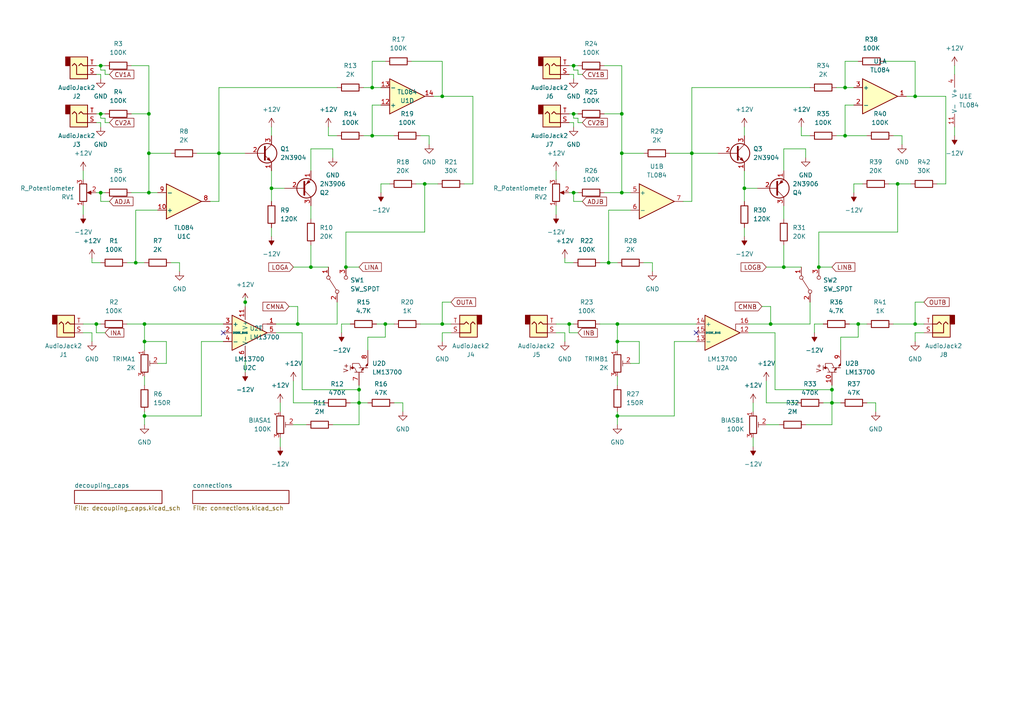
<source format=kicad_sch>
(kicad_sch (version 20230121) (generator eeschema)
  (paper "A4")
  (lib_symbols
    (symbol "Amplifier_Operational:LM13700" (pin_names (offset 0.127))
      (property "Reference" "U" (at 3.81 5.08 0))
      (property "Value" "LM13700" (at 5.08 -5.08 0))
      (symbol "LM13700_1_1"
        (pin output line (at 7.62 0 180) (length 2.54) (name "~") (number "12"))
        (pin input line (at -7.62 2.54 0) (length 2.54) (name "-") (number "13"))
        (pin input line (at -7.62 -2.54 0) (length 2.54) (name "+") (number "14"))
        (pin input line (at -7.62 0 0) (length 2.54) (name "DIODE_BIAS") (number "15"))
        (pin input line (at 7.62 -2.54 180) (length 2.54) (name "~") (number "16"))
      )
      (symbol "LM13700_2_1"
        (text "V+" (at -2.54 3.81 0) (effects (font (size 1.27 1.27))))
        (pin input line (at -7.62 0 0) (length 3.81) (name "~") (number "10"))
        (pin output line (at 2.54 -2.54 180) (length 3.81) (name "~") (number "9"))
      )
      (symbol "LM13700_3_1"
        (pin input line (at 7.62 -2.54 180) (length 2.54) (name "~") (number "1"))
        (pin input line (at -7.62 0 0) (length 2.54) (name "DIODE_BIAS") (number "2"))
        (pin input line (at -7.62 -2.54 0) (length 2.54) (name "+") (number "3"))
        (pin input line (at -7.62 2.54 0) (length 2.54) (name "-") (number "4"))
        (pin output line (at 7.62 0 180) (length 2.54) (name "~") (number "5"))
      )
      (symbol "LM13700_4_0"
        (text "V+" (at -2.54 3.81 0) (effects (font (size 1.27 1.27))))
      )
      (symbol "LM13700_4_1"
        (pin input line (at -7.62 0 0) (length 3.81) (name "~") (number "7"))
        (pin output line (at 2.54 -2.54 180) (length 3.81) (name "~") (number "8"))
      )
      (symbol "LM13700_5_1"
        (pin power_in line (at -2.54 7.62 270) (length 3.81) (name "V+") (number "11"))
        (pin power_in line (at -2.54 -7.62 90) (length 3.81) (name "V-") (number "6"))
      )
    )
    (symbol "Amplifier_Operational:TL084" (pin_names (offset 0.127))
      (property "Reference" "U" (at 0 5.08 0))
      (property "Value" "TL084" (at 0 -5.08 0))
      (symbol "TL084_1_1"
        (pin output line (at 7.62 0 180) (length 2.54) (name "~") (number "1"))
        (pin input line (at -7.62 -2.54 0) (length 2.54) (name "-") (number "2"))
        (pin input line (at -7.62 2.54 0) (length 2.54) (name "+") (number "3"))
      )
      (symbol "TL084_2_1"
        (pin input line (at -7.62 2.54 0) (length 2.54) (name "+") (number "5"))
        (pin input line (at -7.62 -2.54 0) (length 2.54) (name "-") (number "6"))
        (pin output line (at 7.62 0 180) (length 2.54) (name "~") (number "7"))
      )
      (symbol "TL084_3_1"
        (pin input line (at -7.62 2.54 0) (length 2.54) (name "+") (number "10"))
        (pin output line (at 7.62 0 180) (length 2.54) (name "~") (number "8"))
        (pin input line (at -7.62 -2.54 0) (length 2.54) (name "-") (number "9"))
      )
      (symbol "TL084_4_1"
        (pin input line (at -7.62 2.54 0) (length 2.54) (name "+") (number "12"))
        (pin input line (at -7.62 -2.54 0) (length 2.54) (name "-") (number "13"))
        (pin output line (at 7.62 0 180) (length 2.54) (name "~") (number "14"))
      )
      (symbol "TL084_5_1"
        (pin power_in line (at -2.54 -7.62 90) (length 3.81) (name "V-") (number "11"))
        (pin power_in line (at -2.54 7.62 270) (length 3.81) (name "V+") (number "4"))
      )
    )
    (symbol "Connector-github:AudioJack2"
      (property "Reference" "J" (at 0 8.89 0))
      (property "Value" "AudioJack2" (at 0 6.35 0))
      (symbol "AudioJack2_1_1"
        (pin passive line (at 5.08 2.54 180) (length 2.54) (name "~") (number "S"))
        (pin passive line (at 5.08 0 180) (length 2.54) (name "~") (number "T"))
      )
    )
    (symbol "Device:R" (pin_numbers hide) (pin_names (offset 0))
      (property "Reference" "R" (at 2.032 0 90))
      (property "Value" "R" (at 0 0 90))
      (symbol "R_1_1"
        (pin passive line (at 0 3.81 270) (length 1.27) (name "~") (number "1"))
        (pin passive line (at 0 -3.81 90) (length 1.27) (name "~") (number "2"))
      )
    )
    (symbol "Device:R_Potentiometer" (pin_names (offset 1.016) hide)
      (property "Reference" "RV" (at -4.445 0 90))
      (property "Value" "R_Potentiometer" (at -2.54 0 90))
      (symbol "R_Potentiometer_1_1"
        (pin passive line (at 0 3.81 270) (length 1.27) (name "1") (number "1"))
        (pin passive line (at 3.81 0 180) (length 1.27) (name "2") (number "2"))
        (pin passive line (at 0 -3.81 90) (length 1.27) (name "3") (number "3"))
      )
    )
    (symbol "Device:R_Potentiometer_Trim" (pin_names (offset 1.016) hide)
      (property "Reference" "RV" (at -4.445 0 90))
      (property "Value" "R_Potentiometer_Trim" (at -2.54 0 90))
      (symbol "R_Potentiometer_Trim_1_1"
        (pin passive line (at 0 3.81 270) (length 1.27) (name "1") (number "1"))
        (pin passive line (at 3.81 0 180) (length 1.27) (name "2") (number "2"))
        (pin passive line (at 0 -3.81 90) (length 1.27) (name "3") (number "3"))
      )
    )
    (symbol "Switch:SW_SPDT" (pin_names (offset 0) hide)
      (property "Reference" "SW" (at 0 4.318 0))
      (property "Value" "SW_SPDT" (at 0 -5.08 0))
      (symbol "SW_SPDT_1_1"
        (pin passive line (at 5.08 2.54 180) (length 2.54) (name "A") (number "1"))
        (pin passive line (at -5.08 0 0) (length 2.54) (name "B") (number "2"))
        (pin passive line (at 5.08 -2.54 180) (length 2.54) (name "C") (number "3"))
      )
    )
    (symbol "Transistor_BJT:2N3904" (pin_names (offset 0) hide)
      (property "Reference" "Q" (at 5.08 1.905 0))
      (property "Value" "2N3904" (at 5.08 0 0))
      (symbol "2N3904_1_1"
        (pin passive line (at 2.54 -5.08 90) (length 2.54) (name "E") (number "1"))
        (pin passive line (at -5.08 0 0) (length 5.715) (name "B") (number "2"))
        (pin passive line (at 2.54 5.08 270) (length 2.54) (name "C") (number "3"))
      )
    )
    (symbol "Transistor_BJT:2N3906" (pin_names (offset 0) hide)
      (property "Reference" "Q" (at 5.08 1.905 0))
      (property "Value" "2N3906" (at 5.08 0 0))
      (symbol "2N3906_1_1"
        (pin passive line (at 2.54 -5.08 90) (length 2.54) (name "E") (number "1"))
        (pin input line (at -5.08 0 0) (length 5.715) (name "B") (number "2"))
        (pin passive line (at 2.54 5.08 270) (length 2.54) (name "C") (number "3"))
      )
    )
    (symbol "power:+12V" (power) (pin_names (offset 0))
      (property "Value" "+12V" (at 0 3.556 0))
      (symbol "+12V_1_1"
        (pin power_in line (at 0 0 90) (length 0) hide (name "+12V") (number "1"))
      )
    )
    (symbol "power:-12V" (power) (pin_names (offset 0))
      (property "Value" "-12V" (at 0 3.81 0))
      (symbol "-12V_0_0"
        (pin power_in line (at 0 0 90) (length 0) hide (name "-12V") (number "1"))
      )
    )
    (symbol "power:GND" (power) (pin_names (offset 0))
      (property "Value" "GND" (at 0 -3.81 0))
      (symbol "GND_1_1"
        (pin power_in line (at 0 0 270) (length 0) hide (name "GND") (number "1"))
      )
    )
  )
  (junction (at 41.91 99.06))
  (junction (at 104.14 113.03))
  (junction (at 71.12 87.63))
  (junction (at 237.49 77.47))
  (junction (at 200.66 44.45))
  (junction (at 100.33 77.47))
  (junction (at 128.27 93.98))
  (junction (at 245.11 25.4))
  (junction (at 176.53 76.2))
  (junction (at 245.11 39.37))
  (junction (at 215.9 54.61))
  (junction (at 241.3 116.84))
  (junction (at 41.91 120.65))
  (junction (at 86.36 93.98))
  (junction (at 128.27 27.94))
  (junction (at 265.43 93.98))
  (junction (at 43.18 33.02))
  (junction (at 166.37 19.05))
  (junction (at 39.37 76.2))
  (junction (at 29.21 55.88))
  (junction (at 241.3 113.03))
  (junction (at 90.17 77.47))
  (junction (at 265.43 27.94))
  (junction (at 166.37 55.88))
  (junction (at 166.37 33.02))
  (junction (at 107.95 39.37))
  (junction (at 165.1 93.98))
  (junction (at 43.18 44.45))
  (junction (at 107.95 25.4))
  (junction (at 29.21 33.02))
  (junction (at 111.76 93.98))
  (junction (at 180.34 55.88))
  (junction (at 41.91 93.98))
  (junction (at 29.21 19.05))
  (junction (at 78.74 54.61))
  (junction (at 179.07 120.65))
  (junction (at 104.14 116.84))
  (junction (at 63.5 44.45))
  (junction (at 123.19 53.34))
  (junction (at 248.92 93.98))
  (junction (at 179.07 99.06))
  (junction (at 260.35 53.34))
  (junction (at 43.18 55.88))
  (junction (at 227.33 77.47))
  (junction (at 27.94 93.98))
  (junction (at 180.34 33.02))
  (junction (at 223.52 93.98))
  (junction (at 179.07 93.98))
  (junction (at 180.34 44.45))
  (no_connect (at 201.93 96.52))
  (no_connect (at 64.77 96.52))
  (wire (pts (xy 26.67 76.2) (xy 26.67 74.93)))
  (wire (pts (xy 96.52 45.72) (xy 96.52 43.18)))
  (wire (pts (xy 30.48 35.56) (xy 30.48 34.29)))
  (wire (pts (xy 95.25 39.37) (xy 95.25 36.83)))
  (wire (pts (xy 245.11 39.37) (xy 251.46 39.37)))
  (wire (pts (xy 180.34 44.45) (xy 180.34 55.88)))
  (wire (pts (xy 97.79 39.37) (xy 95.25 39.37)))
  (wire (pts (xy 30.48 21.59) (xy 30.48 20.32)))
  (wire (pts (xy 110.49 53.34) (xy 110.49 55.88)))
  (wire (pts (xy 176.53 76.2) (xy 179.07 76.2)))
  (wire (pts (xy 165.1 21.59) (xy 166.37 21.59)))
  (wire (pts (xy 27.94 93.98) (xy 29.21 93.98)))
  (wire (pts (xy 85.09 123.19) (xy 88.9 123.19)))
  (wire (pts (xy 101.6 116.84) (xy 104.14 116.84)))
  (wire (pts (xy 43.18 19.05) (xy 43.18 33.02)))
  (wire (pts (xy 167.64 21.59) (xy 167.64 20.32)))
  (wire (pts (xy 60.96 58.42) (xy 63.5 58.42)))
  (wire (pts (xy 86.36 88.9) (xy 86.36 93.98)))
  (wire (pts (xy 86.36 93.98) (xy 97.79 93.98)))
  (wire (pts (xy 90.17 43.18) (xy 90.17 49.53)))
  (wire (pts (xy 78.74 49.53) (xy 78.74 54.61)))
  (wire (pts (xy 134.62 53.34) (xy 137.16 53.34)))
  (wire (pts (xy 168.91 58.42) (xy 166.37 58.42)))
  (wire (pts (xy 179.07 93.98) (xy 201.93 93.98)))
  (wire (pts (xy 163.83 76.2) (xy 163.83 74.93)))
  (wire (pts (xy 262.89 27.94) (xy 265.43 27.94)))
  (wire (pts (xy 238.76 116.84) (xy 241.3 116.84)))
  (wire (pts (xy 107.95 39.37) (xy 105.41 39.37)))
  (wire (pts (xy 29.21 21.59) (xy 29.21 22.86)))
  (wire (pts (xy 29.21 55.88) (xy 30.48 55.88)))
  (wire (pts (xy 248.92 97.79) (xy 248.92 93.98)))
  (wire (pts (xy 29.21 20.32) (xy 29.21 19.05)))
  (wire (pts (xy 265.43 96.52) (xy 265.43 99.06)))
  (wire (pts (xy 173.99 76.2) (xy 176.53 76.2)))
  (wire (pts (xy 250.19 53.34) (xy 247.65 53.34)))
  (wire (pts (xy 245.11 30.48) (xy 245.11 39.37)))
  (wire (pts (xy 38.1 19.05) (xy 43.18 19.05)))
  (wire (pts (xy 64.77 99.06) (xy 58.42 99.06)))
  (wire (pts (xy 248.92 93.98) (xy 251.46 93.98)))
  (wire (pts (xy 128.27 96.52) (xy 128.27 99.06)))
  (wire (pts (xy 39.37 60.96) (xy 39.37 76.2)))
  (wire (pts (xy 186.69 76.2) (xy 189.23 76.2)))
  (wire (pts (xy 167.64 34.29) (xy 166.37 34.29)))
  (wire (pts (xy 166.37 58.42) (xy 166.37 55.88)))
  (wire (pts (xy 241.3 113.03) (xy 241.3 116.84)))
  (wire (pts (xy 81.28 127) (xy 81.28 129.54)))
  (wire (pts (xy 245.11 17.78) (xy 245.11 25.4)))
  (wire (pts (xy 227.33 77.47) (xy 222.25 77.47)))
  (wire (pts (xy 78.74 54.61) (xy 82.55 54.61)))
  (wire (pts (xy 276.86 19.05) (xy 276.86 21.59)))
  (wire (pts (xy 29.21 76.2) (xy 26.67 76.2)))
  (wire (pts (xy 165.1 35.56) (xy 166.37 35.56)))
  (wire (pts (xy 41.91 120.65) (xy 41.91 123.19)))
  (wire (pts (xy 116.84 119.38) (xy 116.84 116.84)))
  (wire (pts (xy 227.33 59.69) (xy 227.33 63.5)))
  (wire (pts (xy 185.42 105.41) (xy 185.42 99.06)))
  (wire (pts (xy 232.41 39.37) (xy 232.41 36.83)))
  (wire (pts (xy 106.68 97.79) (xy 111.76 97.79)))
  (wire (pts (xy 274.32 53.34) (xy 274.32 27.94)))
  (wire (pts (xy 243.84 97.79) (xy 248.92 97.79)))
  (wire (pts (xy 87.63 96.52) (xy 87.63 113.03)))
  (wire (pts (xy 63.5 25.4) (xy 63.5 44.45)))
  (wire (pts (xy 121.92 93.98) (xy 128.27 93.98)))
  (wire (pts (xy 81.28 116.84) (xy 81.28 119.38)))
  (wire (pts (xy 234.95 25.4) (xy 200.66 25.4)))
  (wire (pts (xy 90.17 77.47) (xy 95.25 77.47)))
  (wire (pts (xy 38.1 33.02) (xy 43.18 33.02)))
  (wire (pts (xy 179.07 99.06) (xy 185.42 99.06)))
  (wire (pts (xy 241.3 113.03) (xy 241.3 111.76)))
  (wire (pts (xy 260.35 53.34) (xy 264.16 53.34)))
  (wire (pts (xy 130.81 96.52) (xy 128.27 96.52)))
  (wire (pts (xy 107.95 39.37) (xy 114.3 39.37)))
  (wire (pts (xy 43.18 44.45) (xy 49.53 44.45)))
  (wire (pts (xy 83.82 88.9) (xy 86.36 88.9)))
  (wire (pts (xy 137.16 27.94) (xy 128.27 27.94)))
  (wire (pts (xy 45.72 105.41) (xy 48.26 105.41)))
  (wire (pts (xy 24.13 49.53) (xy 24.13 52.07)))
  (wire (pts (xy 165.1 96.52) (xy 165.1 93.98)))
  (wire (pts (xy 179.07 99.06) (xy 179.07 93.98)))
  (wire (pts (xy 58.42 99.06) (xy 58.42 120.65)))
  (wire (pts (xy 38.1 55.88) (xy 43.18 55.88)))
  (wire (pts (xy 97.79 93.98) (xy 97.79 87.63)))
  (wire (pts (xy 223.52 88.9) (xy 223.52 93.98)))
  (wire (pts (xy 41.91 99.06) (xy 41.91 101.6)))
  (wire (pts (xy 130.81 87.63) (xy 128.27 87.63)))
  (wire (pts (xy 29.21 19.05) (xy 30.48 19.05)))
  (wire (pts (xy 260.35 53.34) (xy 260.35 67.31)))
  (wire (pts (xy 241.3 123.19) (xy 241.3 116.84)))
  (wire (pts (xy 165.1 55.88) (xy 166.37 55.88)))
  (wire (pts (xy 97.79 25.4) (xy 63.5 25.4)))
  (wire (pts (xy 43.18 55.88) (xy 45.72 55.88)))
  (wire (pts (xy 222.25 116.84) (xy 222.25 110.49)))
  (wire (pts (xy 175.26 19.05) (xy 180.34 19.05)))
  (wire (pts (xy 257.81 53.34) (xy 260.35 53.34)))
  (wire (pts (xy 220.98 88.9) (xy 223.52 88.9)))
  (wire (pts (xy 106.68 101.6) (xy 106.68 97.79)))
  (wire (pts (xy 175.26 33.02) (xy 180.34 33.02)))
  (wire (pts (xy 111.76 17.78) (xy 107.95 17.78)))
  (wire (pts (xy 29.21 33.02) (xy 29.21 34.29)))
  (wire (pts (xy 99.06 93.98) (xy 101.6 93.98)))
  (wire (pts (xy 100.33 67.31) (xy 100.33 77.47)))
  (wire (pts (xy 104.14 123.19) (xy 104.14 116.84)))
  (wire (pts (xy 175.26 55.88) (xy 180.34 55.88)))
  (wire (pts (xy 243.84 116.84) (xy 241.3 116.84)))
  (wire (pts (xy 41.91 109.22) (xy 41.91 111.76)))
  (wire (pts (xy 182.88 60.96) (xy 176.53 60.96)))
  (wire (pts (xy 166.37 35.56) (xy 166.37 36.83)))
  (wire (pts (xy 168.91 21.59) (xy 167.64 21.59)))
  (wire (pts (xy 180.34 44.45) (xy 186.69 44.45)))
  (wire (pts (xy 106.68 116.84) (xy 104.14 116.84)))
  (wire (pts (xy 29.21 35.56) (xy 29.21 36.83)))
  (wire (pts (xy 222.25 123.19) (xy 226.06 123.19)))
  (wire (pts (xy 237.49 77.47) (xy 241.3 77.47)))
  (wire (pts (xy 39.37 76.2) (xy 41.91 76.2)))
  (wire (pts (xy 223.52 93.98) (xy 234.95 93.98)))
  (wire (pts (xy 31.75 58.42) (xy 29.21 58.42)))
  (wire (pts (xy 233.68 45.72) (xy 233.68 43.18)))
  (wire (pts (xy 261.62 39.37) (xy 261.62 41.91)))
  (wire (pts (xy 123.19 53.34) (xy 123.19 67.31)))
  (wire (pts (xy 87.63 113.03) (xy 104.14 113.03)))
  (wire (pts (xy 99.06 96.52) (xy 99.06 93.98)))
  (wire (pts (xy 200.66 44.45) (xy 200.66 58.42)))
  (wire (pts (xy 247.65 30.48) (xy 245.11 30.48)))
  (wire (pts (xy 180.34 33.02) (xy 180.34 44.45)))
  (wire (pts (xy 166.37 21.59) (xy 166.37 22.86)))
  (wire (pts (xy 189.23 76.2) (xy 189.23 78.74)))
  (wire (pts (xy 265.43 87.63) (xy 265.43 93.98)))
  (wire (pts (xy 259.08 93.98) (xy 265.43 93.98)))
  (wire (pts (xy 215.9 54.61) (xy 215.9 58.42)))
  (wire (pts (xy 128.27 17.78) (xy 119.38 17.78)))
  (wire (pts (xy 166.37 33.02) (xy 166.37 34.29)))
  (wire (pts (xy 166.37 33.02) (xy 167.64 33.02)))
  (wire (pts (xy 180.34 19.05) (xy 180.34 33.02)))
  (wire (pts (xy 260.35 67.31) (xy 237.49 67.31)))
  (wire (pts (xy 265.43 93.98) (xy 267.97 93.98)))
  (wire (pts (xy 236.22 93.98) (xy 238.76 93.98)))
  (wire (pts (xy 166.37 20.32) (xy 166.37 19.05)))
  (wire (pts (xy 27.94 33.02) (xy 29.21 33.02)))
  (wire (pts (xy 168.91 35.56) (xy 167.64 35.56)))
  (wire (pts (xy 36.83 76.2) (xy 39.37 76.2)))
  (wire (pts (xy 200.66 25.4) (xy 200.66 44.45)))
  (wire (pts (xy 243.84 101.6) (xy 243.84 97.79)))
  (wire (pts (xy 179.07 109.22) (xy 179.07 111.76)))
  (wire (pts (xy 224.79 96.52) (xy 224.79 113.03)))
  (wire (pts (xy 27.94 21.59) (xy 29.21 21.59)))
  (wire (pts (xy 29.21 33.02) (xy 30.48 33.02)))
  (wire (pts (xy 161.29 49.53) (xy 161.29 52.07)))
  (wire (pts (xy 85.09 116.84) (xy 85.09 110.49)))
  (wire (pts (xy 234.95 39.37) (xy 232.41 39.37)))
  (wire (pts (xy 167.64 35.56) (xy 167.64 34.29)))
  (wire (pts (xy 245.11 39.37) (xy 242.57 39.37)))
  (wire (pts (xy 237.49 67.31) (xy 237.49 77.47)))
  (wire (pts (xy 218.44 116.84) (xy 218.44 119.38)))
  (wire (pts (xy 104.14 113.03) (xy 104.14 111.76)))
  (wire (pts (xy 27.94 19.05) (xy 29.21 19.05)))
  (wire (pts (xy 71.12 104.14) (xy 71.12 107.95)))
  (wire (pts (xy 90.17 59.69) (xy 90.17 63.5)))
  (wire (pts (xy 236.22 96.52) (xy 236.22 93.98)))
  (wire (pts (xy 90.17 77.47) (xy 85.09 77.47)))
  (wire (pts (xy 161.29 96.52) (xy 163.83 96.52)))
  (wire (pts (xy 276.86 36.83) (xy 276.86 39.37)))
  (wire (pts (xy 31.75 35.56) (xy 30.48 35.56)))
  (wire (pts (xy 165.1 19.05) (xy 166.37 19.05)))
  (wire (pts (xy 41.91 119.38) (xy 41.91 120.65)))
  (wire (pts (xy 166.37 55.88) (xy 167.64 55.88)))
  (wire (pts (xy 167.64 96.52) (xy 165.1 96.52)))
  (wire (pts (xy 267.97 96.52) (xy 265.43 96.52)))
  (wire (pts (xy 57.15 44.45) (xy 63.5 44.45)))
  (wire (pts (xy 165.1 33.02) (xy 166.37 33.02)))
  (wire (pts (xy 24.13 93.98) (xy 27.94 93.98)))
  (wire (pts (xy 166.37 76.2) (xy 163.83 76.2)))
  (wire (pts (xy 128.27 27.94) (xy 128.27 17.78)))
  (wire (pts (xy 161.29 93.98) (xy 165.1 93.98)))
  (wire (pts (xy 105.41 25.4) (xy 107.95 25.4)))
  (wire (pts (xy 227.33 71.12) (xy 227.33 77.47)))
  (wire (pts (xy 90.17 71.12) (xy 90.17 77.47)))
  (wire (pts (xy 41.91 99.06) (xy 48.26 99.06)))
  (wire (pts (xy 215.9 49.53) (xy 215.9 54.61)))
  (wire (pts (xy 26.67 96.52) (xy 26.67 99.06)))
  (wire (pts (xy 242.57 25.4) (xy 245.11 25.4)))
  (wire (pts (xy 231.14 116.84) (xy 222.25 116.84)))
  (wire (pts (xy 179.07 99.06) (xy 179.07 101.6)))
  (wire (pts (xy 234.95 93.98) (xy 234.95 87.63)))
  (wire (pts (xy 31.75 21.59) (xy 30.48 21.59)))
  (wire (pts (xy 245.11 25.4) (xy 247.65 25.4)))
  (wire (pts (xy 41.91 93.98) (xy 64.77 93.98)))
  (wire (pts (xy 233.68 43.18) (xy 227.33 43.18)))
  (wire (pts (xy 63.5 44.45) (xy 71.12 44.45)))
  (wire (pts (xy 176.53 60.96) (xy 176.53 76.2)))
  (wire (pts (xy 27.94 96.52) (xy 27.94 93.98)))
  (wire (pts (xy 233.68 123.19) (xy 241.3 123.19)))
  (wire (pts (xy 194.31 44.45) (xy 200.66 44.45)))
  (wire (pts (xy 254 116.84) (xy 251.46 116.84)))
  (wire (pts (xy 215.9 54.61) (xy 219.71 54.61)))
  (wire (pts (xy 227.33 43.18) (xy 227.33 49.53)))
  (wire (pts (xy 125.73 27.94) (xy 128.27 27.94)))
  (wire (pts (xy 267.97 87.63) (xy 265.43 87.63)))
  (wire (pts (xy 29.21 58.42) (xy 29.21 55.88)))
  (wire (pts (xy 30.48 34.29) (xy 29.21 34.29)))
  (wire (pts (xy 30.48 96.52) (xy 27.94 96.52)))
  (wire (pts (xy 48.26 105.41) (xy 48.26 99.06)))
  (wire (pts (xy 109.22 93.98) (xy 111.76 93.98)))
  (wire (pts (xy 41.91 99.06) (xy 41.91 93.98)))
  (wire (pts (xy 218.44 127) (xy 218.44 129.54)))
  (wire (pts (xy 58.42 120.65) (xy 41.91 120.65)))
  (wire (pts (xy 198.12 58.42) (xy 200.66 58.42)))
  (wire (pts (xy 217.17 96.52) (xy 224.79 96.52)))
  (wire (pts (xy 78.74 36.83) (xy 78.74 39.37)))
  (wire (pts (xy 30.48 20.32) (xy 29.21 20.32)))
  (wire (pts (xy 52.07 76.2) (xy 52.07 78.74)))
  (wire (pts (xy 163.83 96.52) (xy 163.83 99.06)))
  (wire (pts (xy 217.17 93.98) (xy 223.52 93.98)))
  (wire (pts (xy 71.12 86.36) (xy 71.12 87.63)))
  (wire (pts (xy 179.07 120.65) (xy 179.07 123.19)))
  (wire (pts (xy 254 119.38) (xy 254 116.84)))
  (wire (pts (xy 224.79 113.03) (xy 241.3 113.03)))
  (wire (pts (xy 215.9 66.04) (xy 215.9 68.58)))
  (wire (pts (xy 120.65 53.34) (xy 123.19 53.34)))
  (wire (pts (xy 24.13 96.52) (xy 26.67 96.52)))
  (wire (pts (xy 100.33 77.47) (xy 104.14 77.47)))
  (wire (pts (xy 27.94 55.88) (xy 29.21 55.88)))
  (wire (pts (xy 107.95 30.48) (xy 107.95 39.37)))
  (wire (pts (xy 110.49 30.48) (xy 107.95 30.48)))
  (wire (pts (xy 124.46 39.37) (xy 124.46 41.91)))
  (wire (pts (xy 113.03 53.34) (xy 110.49 53.34)))
  (wire (pts (xy 265.43 17.78) (xy 256.54 17.78)))
  (wire (pts (xy 43.18 33.02) (xy 43.18 44.45)))
  (wire (pts (xy 45.72 60.96) (xy 39.37 60.96)))
  (wire (pts (xy 128.27 93.98) (xy 130.81 93.98)))
  (wire (pts (xy 173.99 93.98) (xy 179.07 93.98)))
  (wire (pts (xy 104.14 113.03) (xy 104.14 116.84)))
  (wire (pts (xy 227.33 77.47) (xy 232.41 77.47)))
  (wire (pts (xy 123.19 67.31) (xy 100.33 67.31)))
  (wire (pts (xy 274.32 27.94) (xy 265.43 27.94)))
  (wire (pts (xy 123.19 53.34) (xy 127 53.34)))
  (wire (pts (xy 259.08 39.37) (xy 261.62 39.37)))
  (wire (pts (xy 200.66 44.45) (xy 208.28 44.45)))
  (wire (pts (xy 80.01 96.52) (xy 87.63 96.52)))
  (wire (pts (xy 80.01 93.98) (xy 86.36 93.98)))
  (wire (pts (xy 215.9 36.83) (xy 215.9 39.37)))
  (wire (pts (xy 161.29 59.69) (xy 161.29 62.23)))
  (wire (pts (xy 167.64 20.32) (xy 166.37 20.32)))
  (wire (pts (xy 24.13 59.69) (xy 24.13 62.23)))
  (wire (pts (xy 36.83 93.98) (xy 41.91 93.98)))
  (wire (pts (xy 128.27 87.63) (xy 128.27 93.98)))
  (wire (pts (xy 111.76 97.79) (xy 111.76 93.98)))
  (wire (pts (xy 96.52 123.19) (xy 104.14 123.19)))
  (wire (pts (xy 111.76 93.98) (xy 114.3 93.98)))
  (wire (pts (xy 182.88 105.41) (xy 185.42 105.41)))
  (wire (pts (xy 78.74 54.61) (xy 78.74 58.42)))
  (wire (pts (xy 201.93 99.06) (xy 195.58 99.06)))
  (wire (pts (xy 248.92 17.78) (xy 245.11 17.78)))
  (wire (pts (xy 107.95 25.4) (xy 110.49 25.4)))
  (wire (pts (xy 195.58 99.06) (xy 195.58 120.65)))
  (wire (pts (xy 165.1 93.98) (xy 166.37 93.98)))
  (wire (pts (xy 179.07 119.38) (xy 179.07 120.65)))
  (wire (pts (xy 107.95 17.78) (xy 107.95 25.4)))
  (wire (pts (xy 116.84 116.84) (xy 114.3 116.84)))
  (wire (pts (xy 271.78 53.34) (xy 274.32 53.34)))
  (wire (pts (xy 247.65 53.34) (xy 247.65 55.88)))
  (wire (pts (xy 166.37 19.05) (xy 167.64 19.05)))
  (wire (pts (xy 93.98 116.84) (xy 85.09 116.84)))
  (wire (pts (xy 195.58 120.65) (xy 179.07 120.65)))
  (wire (pts (xy 43.18 44.45) (xy 43.18 55.88)))
  (wire (pts (xy 78.74 66.04) (xy 78.74 68.58)))
  (wire (pts (xy 27.94 35.56) (xy 29.21 35.56)))
  (wire (pts (xy 71.12 87.63) (xy 71.12 88.9)))
  (wire (pts (xy 137.16 53.34) (xy 137.16 27.94)))
  (wire (pts (xy 96.52 43.18) (xy 90.17 43.18)))
  (wire (pts (xy 63.5 44.45) (xy 63.5 58.42)))
  (wire (pts (xy 121.92 39.37) (xy 124.46 39.37)))
  (wire (pts (xy 49.53 76.2) (xy 52.07 76.2)))
  (wire (pts (xy 246.38 93.98) (xy 248.92 93.98)))
  (wire (pts (xy 180.34 55.88) (xy 182.88 55.88)))
  (wire (pts (xy 265.43 27.94) (xy 265.43 17.78)))
  (global_label "LOGA" (shape input) (at 85.09 77.47 180) (property "Intersheetrefs" "${INTERSHEET_REFS}" (effects hide)))
  (global_label "OUTA" (shape input) (at 130.81 87.63 0) (property "Intersheetrefs" "${INTERSHEET_REFS}" (effects hide)))
  (global_label "CV2A" (shape input) (at 31.75 35.56 0) (property "Intersheetrefs" "${INTERSHEET_REFS}" (effects hide)))
  (global_label "OUTB" (shape input) (at 267.97 87.63 0) (property "Intersheetrefs" "${INTERSHEET_REFS}" (effects hide)))
  (global_label "ADJA" (shape input) (at 31.75 58.42 0) (property "Intersheetrefs" "${INTERSHEET_REFS}" (effects hide)))
  (global_label "LOGB" (shape input) (at 222.25 77.47 180) (property "Intersheetrefs" "${INTERSHEET_REFS}" (effects hide)))
  (global_label "CMNB" (shape input) (at 220.98 88.9 180) (property "Intersheetrefs" "${INTERSHEET_REFS}" (effects hide)))
  (global_label "LINA" (shape input) (at 104.14 77.47 0) (property "Intersheetrefs" "${INTERSHEET_REFS}" (effects hide)))
  (global_label "CV1A" (shape input) (at 31.75 21.59 0) (property "Intersheetrefs" "${INTERSHEET_REFS}" (effects hide)))
  (global_label "INA" (shape input) (at 30.48 96.52 0) (property "Intersheetrefs" "${INTERSHEET_REFS}" (effects hide)))
  (global_label "CV1B" (shape input) (at 168.91 21.59 0) (property "Intersheetrefs" "${INTERSHEET_REFS}" (effects hide)))
  (global_label "LINB" (shape input) (at 241.3 77.47 0) (property "Intersheetrefs" "${INTERSHEET_REFS}" (effects hide)))
  (global_label "CMNA" (shape input) (at 83.82 88.9 180) (property "Intersheetrefs" "${INTERSHEET_REFS}" (effects hide)))
  (global_label "INB" (shape input) (at 167.64 96.52 0) (property "Intersheetrefs" "${INTERSHEET_REFS}" (effects hide)))
  (global_label "CV2B" (shape input) (at 168.91 35.56 0) (property "Intersheetrefs" "${INTERSHEET_REFS}" (effects hide)))
  (global_label "ADJB" (shape input) (at 168.91 58.42 0) (property "Intersheetrefs" "${INTERSHEET_REFS}" (effects hide)))
  (symbol (lib_id "Device:R") (at 238.76 39.37 90) (unit 1)
    (property "Reference" "R35" (at 238.76 33.02 90))
    (property "Value" "100K" (at 238.76 35.56 90))
    (property "Footprint" "Library:R_Axial_DIN0207_L6.3mm_D2.5mm_P7.62mm_Horizontal" (effects hide))
  )
  (symbol (lib_id "power:+12V") (at 81.28 116.84 0) (unit 1)
    (property "Reference" "#PWR013" (effects hide))
    (property "Value" "+12V" (at 81.28 111.76 0))
  )
  (symbol (lib_id "Device:R") (at 33.02 93.98 90) (unit 1)
    (property "Reference" "R2" (at 33.02 87.63 90))
    (property "Value" "100K" (at 33.02 90.17 90))
    (property "Footprint" "Library:R_Axial_DIN0207_L6.3mm_D2.5mm_P7.62mm_Horizontal" (effects hide))
  )
  (symbol (lib_id "Connector-github:AudioJack2") (at 22.86 33.02 0) (mirror x) (unit 1) (on_board no)
    (property "Reference" "J3" (at 22.225 41.91 0))
    (property "Value" "AudioJack2" (at 22.225 39.37 0))
    (property "Footprint" "Library:Jack_3.5mm_QingPu_WQP-PJ398SM_Vertical_CircularHoles" (effects hide))
  )
  (symbol (lib_id "Device:R") (at 34.29 55.88 90) (unit 1)
    (property "Reference" "R5" (at 34.29 49.53 90))
    (property "Value" "100K" (at 34.29 52.07 90))
    (property "Footprint" "Library:R_Axial_DIN0207_L6.3mm_D2.5mm_P7.62mm_Horizontal" (effects hide))
  )
  (symbol (lib_id "Device:R") (at 92.71 123.19 90) (unit 1)
    (property "Reference" "R11" (at 92.71 116.84 90))
    (property "Value" "2M" (at 92.71 119.38 90))
    (property "Footprint" "Library:R_Axial_DIN0207_L6.3mm_D2.5mm_P7.62mm_Horizontal" (effects hide))
  )
  (symbol (lib_id "power:-12V") (at 110.49 55.88 180) (unit 1)
    (property "Reference" "#PWR019" (effects hide))
    (property "Value" "-12V" (at 110.49 60.96 0))
  )
  (symbol (lib_id "Switch:SW_SPDT") (at 97.79 82.55 90) (unit 1) (on_board no)
    (property "Reference" "SW1" (at 101.6 81.28 90) (effects (justify right)))
    (property "Value" "SW_SPDT" (at 101.6 83.82 90) (effects (justify right)))
  )
  (symbol (lib_id "Amplifier_Operational:TL084") (at 279.4 29.21 0) (unit 5)
    (property "Reference" "U1" (at 278.13 27.94 0) (effects (justify left)))
    (property "Value" "TL084" (at 278.13 30.48 0) (effects (justify left)))
    (property "Footprint" "Package_DIP:DIP-14_W7.62mm_Socket_LongPads" (effects hide))
    (property "Datasheet" "http://www.ti.com/lit/ds/symlink/tl081.pdf" (effects hide))
  )
  (symbol (lib_id "Connector-github:AudioJack2") (at 135.89 93.98 180) (unit 1) (on_board no)
    (property "Reference" "J4" (at 136.525 102.87 0))
    (property "Value" "AudioJack2" (at 136.525 100.33 0))
    (property "Footprint" "Library:Jack_3.5mm_QingPu_WQP-PJ398SM_Vertical_CircularHoles" (effects hide))
  )
  (symbol (lib_id "Device:R") (at 41.91 115.57 180) (unit 1)
    (property "Reference" "R6" (at 44.45 114.3 0) (effects (justify right)))
    (property "Value" "150R" (at 44.45 116.84 0) (effects (justify right)))
    (property "Footprint" "Library:R_Axial_DIN0207_L6.3mm_D2.5mm_P7.62mm_Horizontal" (effects hide))
  )
  (symbol (lib_id "power:-12V") (at 71.12 107.95 180) (unit 1)
    (property "Reference" "#PWR010" (effects hide))
    (property "Value" "-12V" (at 71.12 113.03 0))
  )
  (symbol (lib_id "Device:R_Potentiometer_Trim") (at 218.44 123.19 0) (unit 1)
    (property "Reference" "BIASB1" (at 215.9 121.92 0) (effects (justify right)))
    (property "Value" "100K" (at 215.9 124.46 0) (effects (justify right)))
    (property "Footprint" "Potentiometer_THT:Potentiometer_Bourns_3296W_Vertical" (effects hide))
  )
  (symbol (lib_id "power:GND") (at 128.27 99.06 0) (unit 1)
    (property "Reference" "#PWR022" (effects hide))
    (property "Value" "GND" (at 128.27 104.14 0))
  )
  (symbol (lib_id "power:+12V") (at 276.86 19.05 0) (unit 1)
    (property "Reference" "#PWR043" (effects hide))
    (property "Value" "+12V" (at 276.86 13.97 0))
  )
  (symbol (lib_id "power:+12V") (at 163.83 74.93 0) (unit 1)
    (property "Reference" "#PWR025" (effects hide))
    (property "Value" "+12V" (at 163.83 69.85 0))
  )
  (symbol (lib_id "power:+12V") (at 95.25 36.83 0) (unit 1)
    (property "Reference" "#PWR016" (effects hide))
    (property "Value" "+12V" (at 95.25 31.75 0))
  )
  (symbol (lib_id "Switch:SW_SPDT") (at 234.95 82.55 90) (unit 1) (on_board no)
    (property "Reference" "SW2" (at 238.76 81.28 90) (effects (justify right)))
    (property "Value" "SW_SPDT" (at 238.76 83.82 90) (effects (justify right)))
  )
  (symbol (lib_id "Device:R") (at 53.34 44.45 90) (unit 1)
    (property "Reference" "R8" (at 53.34 38.1 90))
    (property "Value" "2K" (at 53.34 40.64 90))
    (property "Footprint" "Library:R_Axial_DIN0207_L6.3mm_D2.5mm_P7.62mm_Horizontal" (effects hide))
  )
  (symbol (lib_id "Connector-github:AudioJack2") (at 156.21 93.98 0) (mirror x) (unit 1) (on_board no)
    (property "Reference" "J5" (at 155.575 102.87 0))
    (property "Value" "AudioJack2" (at 155.575 100.33 0))
    (property "Footprint" "Library:Jack_3.5mm_QingPu_WQP-PJ398SM_Vertical_CircularHoles" (effects hide))
  )
  (symbol (lib_id "Device:R") (at 215.9 62.23 180) (unit 1)
    (property "Reference" "R30" (at 218.44 60.96 0) (effects (justify right)))
    (property "Value" "120K" (at 218.44 63.5 0) (effects (justify right)))
    (property "Footprint" "Library:R_Axial_DIN0207_L6.3mm_D2.5mm_P7.62mm_Horizontal" (effects hide))
  )
  (symbol (lib_id "Device:R_Potentiometer_Trim") (at 41.91 105.41 0) (unit 1)
    (property "Reference" "TRIMA1" (at 39.37 104.14 0) (effects (justify right)))
    (property "Value" "2K" (at 39.37 106.68 0) (effects (justify right)))
    (property "Footprint" "Potentiometer_THT:Potentiometer_Bourns_3296W_Vertical" (effects hide))
  )
  (symbol (lib_id "Amplifier_Operational:TL084") (at 118.11 27.94 0) (mirror x) (unit 4)
    (property "Reference" "U1" (at 118.11 29.21 0))
    (property "Value" "TL084" (at 118.11 26.67 0))
    (property "Footprint" "Package_DIP:DIP-14_W7.62mm_Socket_LongPads" (effects hide))
    (property "Datasheet" "http://www.ti.com/lit/ds/symlink/tl081.pdf" (effects hide))
  )
  (symbol (lib_id "Amplifier_Operational:LM13700") (at 72.39 96.52 0) (mirror x) (unit 3)
    (property "Reference" "U2" (at 72.39 106.68 0))
    (property "Value" "LM13700" (at 72.39 104.14 0))
    (property "Footprint" "Package_DIP:DIP-16_W7.62mm_Socket_LongPads" (effects hide))
    (property "Datasheet" "http://www.ti.com/lit/ds/symlink/lm13700.pdf" (effects hide))
  )
  (symbol (lib_id "Connector-github:AudioJack2") (at 160.02 33.02 0) (mirror x) (unit 1) (on_board no)
    (property "Reference" "J7" (at 159.385 41.91 0))
    (property "Value" "AudioJack2" (at 159.385 39.37 0))
    (property "Footprint" "Library:Jack_3.5mm_QingPu_WQP-PJ398SM_Vertical_CircularHoles" (effects hide))
  )
  (symbol (lib_id "power:GND") (at 26.67 99.06 0) (unit 1)
    (property "Reference" "#PWR04" (effects hide))
    (property "Value" "GND" (at 26.67 104.14 0))
  )
  (symbol (lib_id "Device:R") (at 105.41 93.98 90) (unit 1)
    (property "Reference" "R15" (at 105.41 87.63 90))
    (property "Value" "4.7K" (at 105.41 90.17 90))
    (property "Footprint" "Library:R_Axial_DIN0207_L6.3mm_D2.5mm_P7.62mm_Horizontal" (effects hide))
  )
  (symbol (lib_id "Device:R") (at 267.97 53.34 90) (unit 1)
    (property "Reference" "R42" (at 267.97 46.99 90))
    (property "Value" "30K" (at 267.97 49.53 90))
    (property "Footprint" "Library:R_Axial_DIN0207_L6.3mm_D2.5mm_P7.62mm_Horizontal" (effects hide))
  )
  (symbol (lib_id "power:GND") (at 261.62 41.91 0) (unit 1)
    (property "Reference" "#PWR041" (effects hide))
    (property "Value" "GND" (at 261.62 46.99 0))
  )
  (symbol (lib_id "power:-12V") (at 247.65 55.88 180) (unit 1)
    (property "Reference" "#PWR039" (effects hide))
    (property "Value" "-12V" (at 247.65 60.96 0))
  )
  (symbol (lib_id "power:+12V") (at 78.74 36.83 0) (unit 1)
    (property "Reference" "#PWR011" (effects hide))
    (property "Value" "+12V" (at 78.74 31.75 0))
  )
  (symbol (lib_id "Connector-github:AudioJack2") (at 19.05 93.98 0) (mirror x) (unit 1) (on_board no)
    (property "Reference" "J1" (at 18.415 102.87 0))
    (property "Value" "AudioJack2" (at 18.415 100.33 0))
    (property "Footprint" "Library:Jack_3.5mm_QingPu_WQP-PJ398SM_Vertical_CircularHoles" (effects hide))
  )
  (symbol (lib_id "power:GND") (at 52.07 78.74 0) (unit 1)
    (property "Reference" "#PWR08" (effects hide))
    (property "Value" "GND" (at 52.07 83.82 0))
  )
  (symbol (lib_id "Device:R_Potentiometer_Trim") (at 179.07 105.41 0) (unit 1)
    (property "Reference" "TRIMB1" (at 176.53 104.14 0) (effects (justify right)))
    (property "Value" "2K" (at 176.53 106.68 0) (effects (justify right)))
    (property "Footprint" "Potentiometer_THT:Potentiometer_Bourns_3296W_Vertical" (effects hide))
  )
  (symbol (lib_id "Device:R") (at 118.11 93.98 90) (unit 1)
    (property "Reference" "R20" (at 118.11 87.63 90))
    (property "Value" "1K" (at 118.11 90.17 90))
    (property "Footprint" "Library:R_Axial_DIN0207_L6.3mm_D2.5mm_P7.62mm_Horizontal" (effects hide))
  )
  (symbol (lib_id "Amplifier_Operational:LM13700") (at 209.55 96.52 0) (mirror x) (unit 1)
    (property "Reference" "U2" (at 209.55 106.68 0))
    (property "Value" "LM13700" (at 209.55 104.14 0))
    (property "Footprint" "Package_DIP:DIP-16_W7.62mm_Socket_LongPads" (effects hide))
    (property "Datasheet" "http://www.ti.com/lit/ds/symlink/lm13700.pdf" (effects hide))
  )
  (symbol (lib_id "Device:R") (at 227.33 67.31 180) (unit 1)
    (property "Reference" "R31" (at 229.87 66.04 0) (effects (justify right)))
    (property "Value" "20K" (at 229.87 68.58 0) (effects (justify right)))
    (property "Footprint" "Library:R_Axial_DIN0207_L6.3mm_D2.5mm_P7.62mm_Horizontal" (effects hide))
  )
  (symbol (lib_id "Transistor_BJT:2N3906") (at 87.63 54.61 0) (mirror x) (unit 1)
    (property "Reference" "Q2" (at 92.71 55.88 0) (effects (justify left)))
    (property "Value" "2N3906" (at 92.71 53.34 0) (effects (justify left)))
    (property "Footprint" "Package_TO_SOT_THT:TO-92_HandSolder" (effects hide))
    (property "Datasheet" "https://www.onsemi.com/pub/Collateral/2N3906-D.PDF" (effects hide))
  )
  (symbol (lib_id "power:+12V") (at 26.67 74.93 0) (unit 1)
    (property "Reference" "#PWR03" (effects hide))
    (property "Value" "+12V" (at 26.67 69.85 0))
  )
  (symbol (lib_id "power:GND") (at 233.68 45.72 0) (unit 1)
    (property "Reference" "#PWR037" (effects hide))
    (property "Value" "GND" (at 233.68 50.8 0))
  )
  (symbol (lib_id "Device:R") (at 254 53.34 90) (unit 1)
    (property "Reference" "R39" (at 254 46.99 90))
    (property "Value" "20K" (at 254 49.53 90))
    (property "Footprint" "Library:R_Axial_DIN0207_L6.3mm_D2.5mm_P7.62mm_Horizontal" (effects hide))
  )
  (symbol (lib_id "Device:R") (at 45.72 76.2 90) (unit 1)
    (property "Reference" "R7" (at 45.72 69.85 90))
    (property "Value" "2K" (at 45.72 72.39 90))
    (property "Footprint" "Library:R_Axial_DIN0207_L6.3mm_D2.5mm_P7.62mm_Horizontal" (effects hide))
  )
  (symbol (lib_id "Device:R") (at 101.6 39.37 90) (unit 1)
    (property "Reference" "R14" (at 101.6 33.02 90))
    (property "Value" "100K" (at 101.6 35.56 90))
    (property "Footprint" "Library:R_Axial_DIN0207_L6.3mm_D2.5mm_P7.62mm_Horizontal" (effects hide))
  )
  (symbol (lib_id "Amplifier_Operational:LM13700") (at 104.14 104.14 90) (unit 4)
    (property "Reference" "U2" (at 107.95 105.41 90) (effects (justify right)))
    (property "Value" "LM13700" (at 107.95 107.95 90) (effects (justify right)))
    (property "Footprint" "Package_DIP:DIP-16_W7.62mm_Socket_LongPads" (effects hide))
    (property "Datasheet" "http://www.ti.com/lit/ds/symlink/lm13700.pdf" (effects hide))
  )
  (symbol (lib_id "Device:R") (at 116.84 53.34 90) (unit 1)
    (property "Reference" "R18" (at 116.84 46.99 90))
    (property "Value" "20K" (at 116.84 49.53 90))
    (property "Footprint" "Library:R_Axial_DIN0207_L6.3mm_D2.5mm_P7.62mm_Horizontal" (effects hide))
  )
  (symbol (lib_id "Amplifier_Operational:TL084") (at 53.34 58.42 0) (mirror x) (unit 3)
    (property "Reference" "U1" (at 53.34 68.58 0))
    (property "Value" "TL084" (at 53.34 66.04 0))
    (property "Footprint" "Package_DIP:DIP-14_W7.62mm_Socket_LongPads" (effects hide))
    (property "Datasheet" "http://www.ti.com/lit/ds/symlink/tl081.pdf" (effects hide))
  )
  (symbol (lib_id "Device:R") (at 34.29 19.05 90) (unit 1)
    (property "Reference" "R3" (at 34.29 12.7 90))
    (property "Value" "100K" (at 34.29 15.24 90))
    (property "Footprint" "Library:R_Axial_DIN0207_L6.3mm_D2.5mm_P7.62mm_Horizontal" (effects hide))
  )
  (symbol (lib_id "power:GND") (at 189.23 78.74 0) (unit 1)
    (property "Reference" "#PWR030" (effects hide))
    (property "Value" "GND" (at 189.23 83.82 0))
  )
  (symbol (lib_id "Device:R") (at 229.87 123.19 90) (unit 1)
    (property "Reference" "R32" (at 229.87 116.84 90))
    (property "Value" "2M" (at 229.87 119.38 90))
    (property "Footprint" "Library:R_Axial_DIN0207_L6.3mm_D2.5mm_P7.62mm_Horizontal" (effects hide))
  )
  (symbol (lib_id "Connector-github:AudioJack2") (at 22.86 19.05 0) (mirror x) (unit 1) (on_board no)
    (property "Reference" "J2" (at 22.225 27.94 0))
    (property "Value" "AudioJack2" (at 22.225 25.4 0))
    (property "Footprint" "Library:Jack_3.5mm_QingPu_WQP-PJ398SM_Vertical_CircularHoles" (effects hide))
  )
  (symbol (lib_id "power:GND") (at 179.07 123.19 0) (unit 1)
    (property "Reference" "#PWR029" (effects hide))
    (property "Value" "GND" (at 179.07 128.27 0))
  )
  (symbol (lib_id "Device:R_Potentiometer") (at 161.29 55.88 0) (mirror x) (unit 1) (on_board no)
    (property "Reference" "RV2" (at 158.75 57.15 0) (effects (justify right)))
    (property "Value" "R_Potentiometer" (at 158.75 54.61 0) (effects (justify right)))
  )
  (symbol (lib_id "Connector-github:AudioJack2") (at 160.02 19.05 0) (mirror x) (unit 1) (on_board no)
    (property "Reference" "J6" (at 159.385 27.94 0))
    (property "Value" "AudioJack2" (at 159.385 25.4 0))
    (property "Footprint" "Library:Jack_3.5mm_QingPu_WQP-PJ398SM_Vertical_CircularHoles" (effects hide))
  )
  (symbol (lib_id "power:-12V") (at 218.44 129.54 180) (unit 1)
    (property "Reference" "#PWR034" (effects hide))
    (property "Value" "-12V" (at 218.44 134.62 0))
  )
  (symbol (lib_id "power:GND") (at 124.46 41.91 0) (unit 1)
    (property "Reference" "#PWR021" (effects hide))
    (property "Value" "GND" (at 124.46 46.99 0))
  )
  (symbol (lib_id "Amplifier_Operational:TL084") (at 190.5 58.42 0) (unit 2)
    (property "Reference" "U1" (at 190.5 48.26 0))
    (property "Value" "TL084" (at 190.5 50.8 0))
    (property "Footprint" "Package_DIP:DIP-14_W7.62mm_Socket_LongPads" (effects hide))
    (property "Datasheet" "http://www.ti.com/lit/ds/symlink/tl081.pdf" (effects hide))
  )
  (symbol (lib_id "Connector-github:AudioJack2") (at 273.05 93.98 180) (unit 1) (on_board no)
    (property "Reference" "J8" (at 273.685 102.87 0))
    (property "Value" "AudioJack2" (at 273.685 100.33 0))
    (property "Footprint" "Library:Jack_3.5mm_QingPu_WQP-PJ398SM_Vertical_CircularHoles" (effects hide))
  )
  (symbol (lib_id "Device:R") (at 90.17 67.31 180) (unit 1)
    (property "Reference" "R10" (at 92.71 66.04 0) (effects (justify right)))
    (property "Value" "20K" (at 92.71 68.58 0) (effects (justify right)))
    (property "Footprint" "Library:R_Axial_DIN0207_L6.3mm_D2.5mm_P7.62mm_Horizontal" (effects hide))
  )
  (symbol (lib_id "power:-12V") (at 78.74 68.58 180) (unit 1)
    (property "Reference" "#PWR012" (effects hide))
    (property "Value" "-12V" (at 78.74 73.66 0))
  )
  (symbol (lib_id "Device:R") (at 255.27 39.37 90) (unit 1)
    (property "Reference" "R40" (at 255.27 33.02 90))
    (property "Value" "100K" (at 255.27 35.56 90))
    (property "Footprint" "Library:R_Axial_DIN0207_L6.3mm_D2.5mm_P7.62mm_Horizontal" (effects hide))
  )
  (symbol (lib_id "power:GND") (at 116.84 119.38 0) (unit 1)
    (property "Reference" "#PWR020" (effects hide))
    (property "Value" "GND" (at 116.84 124.46 0))
  )
  (symbol (lib_id "Transistor_BJT:2N3904") (at 213.36 44.45 0) (unit 1)
    (property "Reference" "Q3" (at 218.44 43.18 0) (effects (justify left)))
    (property "Value" "2N3904" (at 218.44 45.72 0) (effects (justify left)))
    (property "Footprint" "Package_TO_SOT_THT:TO-92_HandSolder" (effects hide))
    (property "Datasheet" "https://www.onsemi.com/pub/Collateral/2N3903-D.PDF" (effects hide))
  )
  (symbol (lib_id "power:+12V") (at 215.9 36.83 0) (unit 1)
    (property "Reference" "#PWR031" (effects hide))
    (property "Value" "+12V" (at 215.9 31.75 0))
  )
  (symbol (lib_id "power:+12V") (at 218.44 116.84 0) (unit 1)
    (property "Reference" "#PWR033" (effects hide))
    (property "Value" "+12V" (at 218.44 111.76 0))
  )
  (symbol (lib_id "Device:R") (at 78.74 62.23 180) (unit 1)
    (property "Reference" "R9" (at 81.28 60.96 0) (effects (justify right)))
    (property "Value" "120K" (at 81.28 63.5 0) (effects (justify right)))
    (property "Footprint" "Library:R_Axial_DIN0207_L6.3mm_D2.5mm_P7.62mm_Horizontal" (effects hide))
  )
  (symbol (lib_id "power:GND") (at 166.37 36.83 0) (unit 1)
    (property "Reference" "#PWR028" (effects hide))
    (property "Value" "GND" (at 166.37 41.91 0))
  )
  (symbol (lib_id "Device:R") (at 171.45 19.05 90) (unit 1)
    (property "Reference" "R24" (at 171.45 12.7 90))
    (property "Value" "100K" (at 171.45 15.24 90))
    (property "Footprint" "Library:R_Axial_DIN0207_L6.3mm_D2.5mm_P7.62mm_Horizontal" (effects hide))
  )
  (symbol (lib_id "Amplifier_Operational:LM13700") (at 73.66 96.52 0) (unit 5)
    (property "Reference" "U2" (at 72.39 95.25 0) (effects (justify left)))
    (property "Value" "LM13700" (at 72.39 97.79 0) (effects (justify left)))
    (property "Footprint" "Package_DIP:DIP-16_W7.62mm_Socket_LongPads" (effects hide))
    (property "Datasheet" "http://www.ti.com/lit/ds/symlink/lm13700.pdf" (effects hide))
  )
  (symbol (lib_id "Device:R") (at 33.02 76.2 90) (unit 1)
    (property "Reference" "R1" (at 33.02 69.85 90))
    (property "Value" "100K" (at 33.02 72.39 90))
    (property "Footprint" "Library:R_Axial_DIN0207_L6.3mm_D2.5mm_P7.62mm_Horizontal" (effects hide))
  )
  (symbol (lib_id "Device:R") (at 171.45 33.02 90) (unit 1)
    (property "Reference" "R25" (at 171.45 26.67 90))
    (property "Value" "100K" (at 171.45 29.21 90))
    (property "Footprint" "Library:R_Axial_DIN0207_L6.3mm_D2.5mm_P7.62mm_Horizontal" (effects hide))
  )
  (symbol (lib_id "Device:R") (at 110.49 116.84 90) (unit 1)
    (property "Reference" "R16" (at 110.49 111.3723 90))
    (property "Value" "47K" (at 110.49 113.9123 90))
    (property "Footprint" "Library:R_Axial_DIN0207_L6.3mm_D2.5mm_P7.62mm_Horizontal" (effects hide))
  )
  (symbol (lib_id "power:GND") (at 29.21 22.86 0) (unit 1)
    (property "Reference" "#PWR05" (effects hide))
    (property "Value" "GND" (at 29.21 27.94 0))
  )
  (symbol (lib_id "power:+12V") (at 161.29 49.53 0) (unit 1)
    (property "Reference" "#PWR023" (effects hide))
    (property "Value" "+12V" (at 161.29 44.45 0))
  )
  (symbol (lib_id "Device:R") (at 97.79 116.84 90) (unit 1)
    (property "Reference" "R12" (at 97.79 111.3723 90))
    (property "Value" "470K" (at 97.79 113.9123 90))
    (property "Footprint" "Library:R_Axial_DIN0207_L6.3mm_D2.5mm_P7.62mm_Horizontal" (effects hide))
  )
  (symbol (lib_id "Device:R") (at 170.18 76.2 90) (unit 1)
    (property "Reference" "R22" (at 170.18 69.85 90))
    (property "Value" "100K" (at 170.18 72.39 90))
    (property "Footprint" "Library:R_Axial_DIN0207_L6.3mm_D2.5mm_P7.62mm_Horizontal" (effects hide))
  )
  (symbol (lib_id "Device:R") (at 101.6 25.4 90) (unit 1)
    (property "Reference" "R13" (at 101.6 19.05 90))
    (property "Value" "2K" (at 101.6 21.59 90))
    (property "Footprint" "Library:R_Axial_DIN0207_L6.3mm_D2.5mm_P7.62mm_Horizontal" (effects hide))
  )
  (symbol (lib_id "Device:R") (at 34.29 33.02 90) (unit 1)
    (property "Reference" "R4" (at 34.29 26.67 90))
    (property "Value" "100K" (at 34.29 29.21 90))
    (property "Footprint" "Library:R_Axial_DIN0207_L6.3mm_D2.5mm_P7.62mm_Horizontal" (effects hide))
  )
  (symbol (lib_id "Transistor_BJT:2N3904") (at 76.2 44.45 0) (unit 1)
    (property "Reference" "Q1" (at 81.28 43.18 0) (effects (justify left)))
    (property "Value" "2N3904" (at 81.28 45.72 0) (effects (justify left)))
    (property "Footprint" "Package_TO_SOT_THT:TO-92_HandSolder" (effects hide))
    (property "Datasheet" "https://www.onsemi.com/pub/Collateral/2N3903-D.PDF" (effects hide))
  )
  (symbol (lib_id "Transistor_BJT:2N3906") (at 224.79 54.61 0) (mirror x) (unit 1)
    (property "Reference" "Q4" (at 229.87 55.88 0) (effects (justify left)))
    (property "Value" "2N3906" (at 229.87 53.34 0) (effects (justify left)))
    (property "Footprint" "Package_TO_SOT_THT:TO-92_HandSolder" (effects hide))
    (property "Datasheet" "https://www.onsemi.com/pub/Collateral/2N3906-D.PDF" (effects hide))
  )
  (symbol (lib_id "power:+12V") (at 232.41 36.83 0) (unit 1)
    (property "Reference" "#PWR036" (effects hide))
    (property "Value" "+12V" (at 232.41 31.75 0))
  )
  (symbol (lib_id "Device:R") (at 234.95 116.84 90) (unit 1)
    (property "Reference" "R33" (at 234.95 111.3723 90))
    (property "Value" "470K" (at 234.95 113.9123 90))
    (property "Footprint" "Library:R_Axial_DIN0207_L6.3mm_D2.5mm_P7.62mm_Horizontal" (effects hide))
  )
  (symbol (lib_id "Device:R") (at 171.45 55.88 90) (unit 1)
    (property "Reference" "R26" (at 171.45 49.53 90))
    (property "Value" "100K" (at 171.45 52.07 90))
    (property "Footprint" "Library:R_Axial_DIN0207_L6.3mm_D2.5mm_P7.62mm_Horizontal" (effects hide))
  )
  (symbol (lib_id "power:-12V") (at 236.22 96.52 180) (unit 1)
    (property "Reference" "#PWR038" (effects hide))
    (property "Value" "-12V" (at 236.22 101.6 0))
  )
  (symbol (lib_id "Device:R") (at 238.76 25.4 90) (unit 1)
    (property "Reference" "R34" (at 238.76 19.05 90))
    (property "Value" "2K" (at 238.76 21.59 90))
    (property "Footprint" "Library:R_Axial_DIN0207_L6.3mm_D2.5mm_P7.62mm_Horizontal" (effects hide))
  )
  (symbol (lib_id "power:GND") (at 265.43 99.06 0) (unit 1)
    (property "Reference" "#PWR042" (effects hide))
    (property "Value" "GND" (at 265.43 104.14 0))
  )
  (symbol (lib_id "power:-12V") (at 81.28 129.54 180) (unit 1)
    (property "Reference" "#PWR014" (effects hide))
    (property "Value" "-12V" (at 81.28 134.62 0))
  )
  (symbol (lib_id "Device:R") (at 252.73 17.78 90) (unit 1)
    (property "Reference" "R38" (at 252.73 11.43 90))
    (property "Value" "100K" (at 252.73 13.97 90))
    (property "Footprint" "Library:R_Axial_DIN0207_L6.3mm_D2.5mm_P7.62mm_Horizontal" (effects hide))
  )
  (symbol (lib_id "Device:R_Potentiometer_Trim") (at 81.28 123.19 0) (unit 1)
    (property "Reference" "BIASA1" (at 78.74 121.92 0) (effects (justify right)))
    (property "Value" "100K" (at 78.74 124.46 0) (effects (justify right)))
    (property "Footprint" "Potentiometer_THT:Potentiometer_Bourns_3296W_Vertical" (effects hide))
  )
  (symbol (lib_id "power:-12V") (at 215.9 68.58 180) (unit 1)
    (property "Reference" "#PWR032" (effects hide))
    (property "Value" "-12V" (at 215.9 73.66 0))
  )
  (symbol (lib_id "Device:R") (at 182.88 76.2 90) (unit 1)
    (property "Reference" "R28" (at 182.88 69.85 90))
    (property "Value" "2K" (at 182.88 72.39 90))
    (property "Footprint" "Library:R_Axial_DIN0207_L6.3mm_D2.5mm_P7.62mm_Horizontal" (effects hide))
  )
  (symbol (lib_id "Amplifier_Operational:LM13700") (at 241.3 104.14 90) (unit 2)
    (property "Reference" "U2" (at 245.11 105.41 90) (effects (justify right)))
    (property "Value" "LM13700" (at 245.11 107.95 90) (effects (justify right)))
    (property "Footprint" "Package_DIP:DIP-16_W7.62mm_Socket_LongPads" (effects hide))
    (property "Datasheet" "http://www.ti.com/lit/ds/symlink/lm13700.pdf" (effects hide))
  )
  (symbol (lib_id "Device:R") (at 179.07 115.57 180) (unit 1)
    (property "Reference" "R27" (at 181.61 114.3 0) (effects (justify right)))
    (property "Value" "150R" (at 181.61 116.84 0) (effects (justify right)))
    (property "Footprint" "Library:R_Axial_DIN0207_L6.3mm_D2.5mm_P7.62mm_Horizontal" (effects hide))
  )
  (symbol (lib_id "power:GND") (at 29.21 36.83 0) (unit 1)
    (property "Reference" "#PWR06" (effects hide))
    (property "Value" "GND" (at 29.21 41.91 0))
  )
  (symbol (lib_id "power:+12V") (at 222.25 110.49 0) (unit 1)
    (property "Reference" "#PWR035" (effects hide))
    (property "Value" "+12V" (at 222.25 105.41 0))
  )
  (symbol (lib_id "Device:R") (at 190.5 44.45 90) (unit 1)
    (property "Reference" "R29" (at 190.5 38.1 90))
    (property "Value" "2K" (at 190.5 40.64 90))
    (property "Footprint" "Library:R_Axial_DIN0207_L6.3mm_D2.5mm_P7.62mm_Horizontal" (effects hide))
  )
  (symbol (lib_id "power:-12V") (at 99.06 96.52 180) (unit 1)
    (property "Reference" "#PWR018" (effects hide))
    (property "Value" "-12V" (at 99.06 101.6 0))
  )
  (symbol (lib_id "Device:R") (at 242.57 93.98 90) (unit 1)
    (property "Reference" "R36" (at 242.57 87.63 90))
    (property "Value" "4.7K" (at 242.57 90.17 90))
    (property "Footprint" "Library:R_Axial_DIN0207_L6.3mm_D2.5mm_P7.62mm_Horizontal" (effects hide))
  )
  (symbol (lib_id "power:-12V") (at 276.86 39.37 180) (unit 1)
    (property "Reference" "#PWR044" (effects hide))
    (property "Value" "-12V" (at 276.86 44.45 0))
  )
  (symbol (lib_id "Device:R") (at 255.27 93.98 90) (unit 1)
    (property "Reference" "R41" (at 255.27 87.63 90))
    (property "Value" "1K" (at 255.27 90.17 90))
    (property "Footprint" "Library:R_Axial_DIN0207_L6.3mm_D2.5mm_P7.62mm_Horizontal" (effects hide))
  )
  (symbol (lib_id "power:+12V") (at 71.12 87.63 0) (unit 1)
    (property "Reference" "#PWR09" (effects hide))
    (property "Value" "+12V" (at 71.12 82.55 0))
  )
  (symbol (lib_id "Device:R") (at 130.81 53.34 90) (unit 1)
    (property "Reference" "R21" (at 130.81 46.99 90))
    (property "Value" "30K" (at 130.81 49.53 90))
    (property "Footprint" "Library:R_Axial_DIN0207_L6.3mm_D2.5mm_P7.62mm_Horizontal" (effects hide))
  )
  (symbol (lib_id "Device:R") (at 170.18 93.98 90) (unit 1)
    (property "Reference" "R23" (at 170.18 87.63 90))
    (property "Value" "100K" (at 170.18 90.17 90))
    (property "Footprint" "Library:R_Axial_DIN0207_L6.3mm_D2.5mm_P7.62mm_Horizontal" (effects hide))
  )
  (symbol (lib_id "power:GND") (at 96.52 45.72 0) (unit 1)
    (property "Reference" "#PWR017" (effects hide))
    (property "Value" "GND" (at 96.52 50.8 0))
  )
  (symbol (lib_id "power:+12V") (at 24.13 49.53 0) (unit 1)
    (property "Reference" "#PWR01" (effects hide))
    (property "Value" "+12V" (at 24.13 44.45 0))
  )
  (symbol (lib_id "Device:R_Potentiometer") (at 24.13 55.88 0) (mirror x) (unit 1) (on_board no)
    (property "Reference" "RV1" (at 21.59 57.15 0) (effects (justify right)))
    (property "Value" "R_Potentiometer" (at 21.59 54.61 0) (effects (justify right)))
  )
  (symbol (lib_id "Amplifier_Operational:TL084") (at 255.27 27.94 0) (unit 1)
    (property "Reference" "U1" (at 255.27 17.78 0))
    (property "Value" "TL084" (at 255.27 20.32 0))
    (property "Footprint" "Package_DIP:DIP-14_W7.62mm_Socket_LongPads" (effects hide))
    (property "Datasheet" "http://www.ti.com/lit/ds/symlink/tl081.pdf" (effects hide))
  )
  (symbol (lib_id "Device:R") (at 115.57 17.78 90) (unit 1)
    (property "Reference" "R17" (at 115.57 11.43 90))
    (property "Value" "100K" (at 115.57 13.97 90))
    (property "Footprint" "Library:R_Axial_DIN0207_L6.3mm_D2.5mm_P7.62mm_Horizontal" (effects hide))
  )
  (symbol (lib_id "Device:R") (at 247.65 116.84 90) (unit 1)
    (property "Reference" "R37" (at 247.65 111.3723 90))
    (property "Value" "47K" (at 247.65 113.9123 90))
    (property "Footprint" "Library:R_Axial_DIN0207_L6.3mm_D2.5mm_P7.62mm_Horizontal" (effects hide))
  )
  (symbol (lib_id "power:GND") (at 41.91 123.19 0) (unit 1)
    (property "Reference" "#PWR07" (effects hide))
    (property "Value" "GND" (at 41.91 128.27 0))
  )
  (symbol (lib_id "Device:R") (at 118.11 39.37 90) (unit 1)
    (property "Reference" "R19" (at 118.11 33.02 90))
    (property "Value" "100K" (at 118.11 35.56 90))
    (property "Footprint" "Library:R_Axial_DIN0207_L6.3mm_D2.5mm_P7.62mm_Horizontal" (effects hide))
  )
  (symbol (lib_id "power:-12V") (at 161.29 62.23 180) (unit 1)
    (property "Reference" "#PWR024" (effects hide))
    (property "Value" "-12V" (at 161.29 67.31 0))
  )
  (symbol (lib_id "power:-12V") (at 24.13 62.23 180) (unit 1)
    (property "Reference" "#PWR02" (effects hide))
    (property "Value" "-12V" (at 24.13 67.31 0))
  )
  (symbol (lib_id "power:GND") (at 163.83 99.06 0) (unit 1)
    (property "Reference" "#PWR026" (effects hide))
    (property "Value" "GND" (at 163.83 104.14 0))
  )
  (symbol (lib_id "power:GND") (at 166.37 22.86 0) (unit 1)
    (property "Reference" "#PWR027" (effects hide))
    (property "Value" "GND" (at 166.37 27.94 0))
  )
  (symbol (lib_id "power:+12V") (at 85.09 110.49 0) (unit 1)
    (property "Reference" "#PWR015" (effects hide))
    (property "Value" "+12V" (at 85.09 105.41 0))
  )
  (symbol (lib_id "power:GND") (at 254 119.38 0) (unit 1)
    (property "Reference" "#PWR040" (effects hide))
    (property "Value" "GND" (at 254 124.46 0))
  )
  (sheet (at 55.88 142.24) (size 27.94 3.81) (stroke (width 0.1524))
    (property "Sheetname" "connections" (at 55.88 141.5284 0) (effects (justify left bottom)))
    (property "Sheetfile" "connections.kicad_sch" (at 55.88 146.6346 0) (effects (justify left top)))
  )
  (sheet (at 21.59 142.24) (size 25.4 3.81) (stroke (width 0.1524))
    (property "Sheetname" "decoupling_caps" (at 21.59 141.5284 0) (effects (justify left bottom)))
    (property "Sheetfile" "decoupling_caps.kicad_sch" (at 21.59 146.6346 0) (effects (justify left top)))
  )
)
</source>
